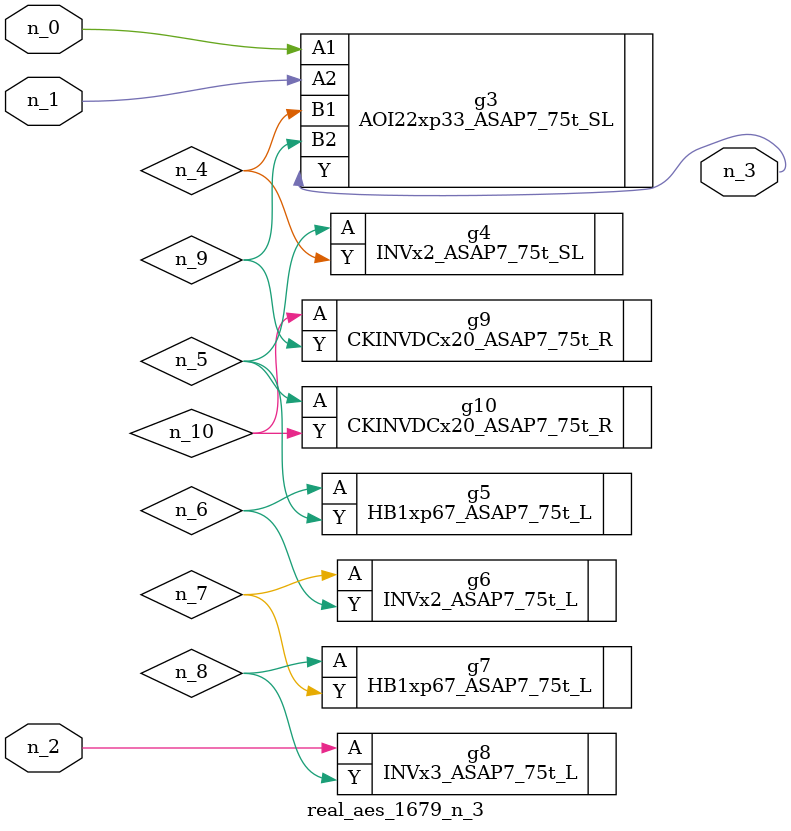
<source format=v>
module real_aes_1679_n_3 (n_0, n_2, n_1, n_3);
input n_0;
input n_2;
input n_1;
output n_3;
wire n_4;
wire n_5;
wire n_7;
wire n_9;
wire n_6;
wire n_8;
wire n_10;
AOI22xp33_ASAP7_75t_SL g3 ( .A1(n_0), .A2(n_1), .B1(n_4), .B2(n_9), .Y(n_3) );
INVx3_ASAP7_75t_L g8 ( .A(n_2), .Y(n_8) );
INVx2_ASAP7_75t_SL g4 ( .A(n_5), .Y(n_4) );
CKINVDCx20_ASAP7_75t_R g10 ( .A(n_5), .Y(n_10) );
HB1xp67_ASAP7_75t_L g5 ( .A(n_6), .Y(n_5) );
INVx2_ASAP7_75t_L g6 ( .A(n_7), .Y(n_6) );
HB1xp67_ASAP7_75t_L g7 ( .A(n_8), .Y(n_7) );
CKINVDCx20_ASAP7_75t_R g9 ( .A(n_10), .Y(n_9) );
endmodule
</source>
